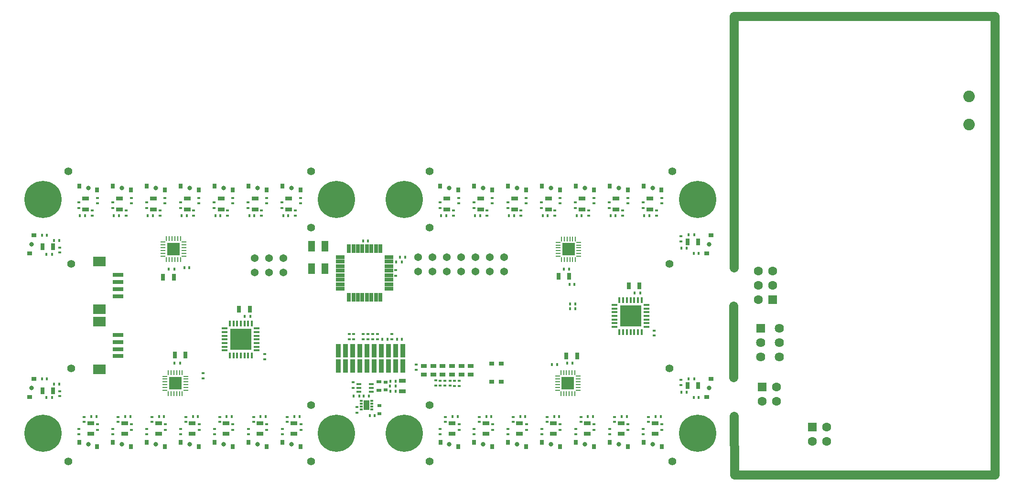
<source format=gbs>
G04*
G04 #@! TF.GenerationSoftware,Altium Limited,Altium Designer,18.1.9 (240)*
G04*
G04 Layer_Color=16711935*
%FSLAX44Y44*%
%MOMM*%
G71*
G01*
G75*
%ADD40R,0.4500X0.6000*%
%ADD42R,0.6000X0.4000*%
%ADD43R,0.8000X1.3000*%
%ADD46C,1.6000*%
%ADD59R,0.4000X0.6000*%
%ADD63R,0.8000X0.6000*%
%ADD64R,1.3000X0.8000*%
%ADD71R,0.9000X0.5000*%
%ADD72R,0.6000X0.4500*%
%ADD74R,2.2000X2.2000*%
%ADD75O,0.2393X0.8571*%
%ADD76O,0.8571X0.2393*%
%ADD77R,0.8571X0.2393*%
%ADD82R,2.3016X1.7016*%
%ADD83R,1.9016X0.8016*%
%ADD90R,1.0016X0.8016*%
%ADD98R,1.3016X1.9016*%
%ADD103R,1.6016X1.6016*%
%ADD104C,1.6016*%
%ADD105C,1.6256*%
%ADD106R,1.6256X1.6256*%
%ADD107C,2.0516*%
%ADD108C,0.8016*%
%ADD109C,1.3716*%
%ADD110C,1.4016*%
%ADD111C,6.6016*%
%ADD112R,0.9032X0.7032*%
%ADD113R,0.7032X0.9032*%
%ADD114R,1.6016X0.6516*%
%ADD115R,0.6516X1.6016*%
%ADD116R,0.8516X0.8016*%
%ADD117R,0.6016X0.3516*%
%ADD118R,1.0016X1.7016*%
%ADD119R,0.9516X0.4516*%
%ADD120R,3.8016X3.8016*%
%ADD121R,0.4316X1.1416*%
%ADD122R,1.1416X0.4316*%
%ADD123R,0.8382X2.3368*%
D40*
X666456Y528760D02*
D03*
X676456D02*
D03*
X1356977Y570598D02*
D03*
X1366977D02*
D03*
X923497Y405000D02*
D03*
X933497D02*
D03*
X859499Y387003D02*
D03*
X869499D02*
D03*
X1463254Y673488D02*
D03*
X1453254D02*
D03*
X314743Y385005D02*
D03*
X324743D02*
D03*
X1463257Y417995D02*
D03*
X1453257D02*
D03*
X314743Y639005D02*
D03*
X324743D02*
D03*
X1247502Y445987D02*
D03*
X1237502D02*
D03*
X1231490Y612544D02*
D03*
X1241490D02*
D03*
X551757Y445750D02*
D03*
X541757D02*
D03*
X531495Y612511D02*
D03*
X541495D02*
D03*
X945003Y625001D02*
D03*
X935003D02*
D03*
D42*
X592411Y419009D02*
D03*
Y428009D02*
D03*
X701744Y452702D02*
D03*
Y461702D02*
D03*
X1392264Y494539D02*
D03*
Y503539D02*
D03*
X876142Y488032D02*
D03*
Y497032D02*
D03*
X884554D02*
D03*
Y488032D02*
D03*
X892868Y488120D02*
D03*
Y497120D02*
D03*
X970539Y443338D02*
D03*
Y434338D02*
D03*
X1038004Y405416D02*
D03*
Y414416D02*
D03*
X1012982Y405662D02*
D03*
Y414662D02*
D03*
X1021041Y405662D02*
D03*
Y414662D02*
D03*
X1012747Y328582D02*
D03*
Y319582D02*
D03*
X765253Y729417D02*
D03*
Y738418D02*
D03*
X1072747Y328582D02*
D03*
Y319582D02*
D03*
X1405173Y729414D02*
D03*
Y738414D02*
D03*
X372747Y328585D02*
D03*
Y319585D02*
D03*
X705253Y729417D02*
D03*
Y738418D02*
D03*
X1132747Y328582D02*
D03*
Y319582D02*
D03*
X1345173Y729414D02*
D03*
Y738414D02*
D03*
X432747Y328585D02*
D03*
Y319585D02*
D03*
X645253Y729417D02*
D03*
Y738418D02*
D03*
X1285173Y729414D02*
D03*
Y738414D02*
D03*
X492747Y328585D02*
D03*
Y319585D02*
D03*
X585253Y729417D02*
D03*
Y738418D02*
D03*
X1252747Y328582D02*
D03*
Y319582D02*
D03*
X1225173Y729414D02*
D03*
Y738414D02*
D03*
X552747Y328585D02*
D03*
Y319585D02*
D03*
X525253Y729417D02*
D03*
Y738418D02*
D03*
X1312747Y328582D02*
D03*
Y319582D02*
D03*
X1165173Y729414D02*
D03*
Y738414D02*
D03*
X612747Y328585D02*
D03*
Y319585D02*
D03*
X465253Y729417D02*
D03*
Y738418D02*
D03*
X1372747Y328582D02*
D03*
Y319582D02*
D03*
X1105173Y729414D02*
D03*
Y738414D02*
D03*
X672747Y328585D02*
D03*
Y319585D02*
D03*
X405253Y729417D02*
D03*
Y738418D02*
D03*
X1045173Y729414D02*
D03*
Y738414D02*
D03*
X732747Y328585D02*
D03*
Y319585D02*
D03*
X1021975Y350237D02*
D03*
Y341237D02*
D03*
X756025Y707763D02*
D03*
Y716763D02*
D03*
X1081975Y350237D02*
D03*
Y341237D02*
D03*
X1395945Y707760D02*
D03*
Y716760D02*
D03*
X381975Y350240D02*
D03*
Y341240D02*
D03*
X696025Y707763D02*
D03*
Y716763D02*
D03*
X1141975Y350237D02*
D03*
Y341237D02*
D03*
X1335945Y707760D02*
D03*
Y716760D02*
D03*
X441975Y350240D02*
D03*
Y341240D02*
D03*
X636025Y707763D02*
D03*
Y716763D02*
D03*
X1201975Y350237D02*
D03*
Y341237D02*
D03*
X1275945Y707760D02*
D03*
Y716760D02*
D03*
X501975Y350240D02*
D03*
Y341240D02*
D03*
X576025Y707763D02*
D03*
Y716763D02*
D03*
X1261975Y350237D02*
D03*
Y341237D02*
D03*
X1215945Y707760D02*
D03*
Y716760D02*
D03*
X561975Y350240D02*
D03*
Y341240D02*
D03*
X516025Y707763D02*
D03*
Y716763D02*
D03*
X1321975Y350237D02*
D03*
Y341237D02*
D03*
X1155945Y707760D02*
D03*
Y716760D02*
D03*
X621975Y350240D02*
D03*
Y341240D02*
D03*
X456025Y707763D02*
D03*
Y716763D02*
D03*
X1381975Y350237D02*
D03*
Y341237D02*
D03*
X1095945Y707760D02*
D03*
Y716760D02*
D03*
X681975Y350240D02*
D03*
Y341240D02*
D03*
X396025Y707763D02*
D03*
Y716763D02*
D03*
X1035945Y707760D02*
D03*
Y716760D02*
D03*
X741975Y350240D02*
D03*
Y341240D02*
D03*
X1439507Y661998D02*
D03*
Y670998D02*
D03*
X338490Y395995D02*
D03*
Y386995D02*
D03*
X1439509Y407005D02*
D03*
Y416005D02*
D03*
X338490Y650995D02*
D03*
Y641995D02*
D03*
X926735Y497032D02*
D03*
Y488032D02*
D03*
X901967Y497032D02*
D03*
Y488032D02*
D03*
X859057D02*
D03*
Y497032D02*
D03*
X851374D02*
D03*
Y488032D02*
D03*
X1192747Y328582D02*
D03*
Y319582D02*
D03*
X1046293Y414416D02*
D03*
Y405416D02*
D03*
X1004857Y414919D02*
D03*
Y405919D02*
D03*
X1029941Y414590D02*
D03*
Y405590D02*
D03*
D43*
X521753Y597995D02*
D03*
X540753D02*
D03*
X561499Y460266D02*
D03*
X542499D02*
D03*
X1222238Y600026D02*
D03*
X1241238D02*
D03*
X1255244Y458754D02*
D03*
X1236244D02*
D03*
X1346730Y583302D02*
D03*
X1365730D02*
D03*
X656209Y541465D02*
D03*
X675210D02*
D03*
X326991Y397011D02*
D03*
X307991D02*
D03*
X1451009Y405989D02*
D03*
X1470009D02*
D03*
X1470006Y660982D02*
D03*
X1451006D02*
D03*
X307991Y652011D02*
D03*
X326991D02*
D03*
D46*
X1532380Y420370D02*
Y547370D01*
X1995930Y247650D02*
X1534446D01*
X1533176Y351978D01*
X1532896Y615437D02*
X1533650Y1061720D01*
X1995930Y247650D02*
Y1061720D01*
X1533650Y1061720D02*
X1995930Y1061720D01*
D59*
X875846Y662601D02*
D03*
X884846D02*
D03*
X1252244Y542504D02*
D03*
X1243244D02*
D03*
X1252244Y550496D02*
D03*
X1243244D02*
D03*
X568243Y614995D02*
D03*
X559243D02*
D03*
X1241762Y585476D02*
D03*
X1250762D02*
D03*
X1210754Y443504D02*
D03*
X1219754D02*
D03*
X919032Y488531D02*
D03*
X910032D02*
D03*
X945032Y488539D02*
D03*
X936032D02*
D03*
X924496Y413999D02*
D03*
X933496D02*
D03*
X924497Y395999D02*
D03*
X933497D02*
D03*
X877499Y387003D02*
D03*
X886499D02*
D03*
X896840Y352496D02*
D03*
X887840D02*
D03*
X1461915Y640240D02*
D03*
X1470915D02*
D03*
X316082Y417753D02*
D03*
X307082D02*
D03*
X1461918Y385247D02*
D03*
X1470918D02*
D03*
X316082Y672753D02*
D03*
X307082D02*
D03*
X1440261Y649468D02*
D03*
X1449261D02*
D03*
X337737Y408525D02*
D03*
X328737D02*
D03*
X1440263Y394475D02*
D03*
X1449263D02*
D03*
X337737Y663525D02*
D03*
X328737D02*
D03*
X1034505Y350990D02*
D03*
X1043505D02*
D03*
X743495Y707009D02*
D03*
X734495D02*
D03*
X1094505Y350990D02*
D03*
X1103505D02*
D03*
X1383415Y707006D02*
D03*
X1374415D02*
D03*
X394505Y350993D02*
D03*
X403505D02*
D03*
X683495Y707009D02*
D03*
X674495D02*
D03*
X1154505Y350990D02*
D03*
X1163505D02*
D03*
X1323415Y707006D02*
D03*
X1314415D02*
D03*
X454505Y350993D02*
D03*
X463505D02*
D03*
X623495Y707009D02*
D03*
X614495D02*
D03*
X1214505Y350990D02*
D03*
X1223505D02*
D03*
X1263415Y707006D02*
D03*
X1254415D02*
D03*
X514505Y350993D02*
D03*
X523505D02*
D03*
X563495Y707009D02*
D03*
X554495D02*
D03*
X1274505Y350990D02*
D03*
X1283505D02*
D03*
X1203415Y707006D02*
D03*
X1194415D02*
D03*
X574505Y350993D02*
D03*
X583505D02*
D03*
X503495Y707009D02*
D03*
X494495D02*
D03*
X1334505Y350990D02*
D03*
X1343505D02*
D03*
X1143415Y707006D02*
D03*
X1134415D02*
D03*
X634505Y350993D02*
D03*
X643505D02*
D03*
X443495Y707009D02*
D03*
X434495D02*
D03*
X1394505Y350990D02*
D03*
X1403505D02*
D03*
X1083415Y707006D02*
D03*
X1074415D02*
D03*
X694505Y350993D02*
D03*
X703505D02*
D03*
X383495Y707009D02*
D03*
X374495D02*
D03*
X1023415Y707006D02*
D03*
X1014415D02*
D03*
X754505Y350993D02*
D03*
X763505D02*
D03*
X941504Y633501D02*
D03*
X950504D02*
D03*
D63*
X916000Y398003D02*
D03*
Y412003D02*
D03*
X904996Y356321D02*
D03*
Y370322D02*
D03*
D64*
X945496Y395499D02*
D03*
Y414500D02*
D03*
X1093489Y339491D02*
D03*
Y320491D02*
D03*
X393489Y339494D02*
D03*
Y320494D02*
D03*
X1153489Y339491D02*
D03*
Y320491D02*
D03*
X453489Y339494D02*
D03*
Y320494D02*
D03*
X1213489Y339491D02*
D03*
Y320491D02*
D03*
X513489Y339494D02*
D03*
Y320494D02*
D03*
X1273489Y339491D02*
D03*
Y320491D02*
D03*
X573489Y339494D02*
D03*
Y320494D02*
D03*
X1333489Y339491D02*
D03*
Y320491D02*
D03*
X633489Y339494D02*
D03*
Y320494D02*
D03*
X1393489Y339491D02*
D03*
Y320491D02*
D03*
X693489Y339494D02*
D03*
Y320494D02*
D03*
X744511Y737509D02*
D03*
Y718509D02*
D03*
X1384431Y737505D02*
D03*
Y718505D02*
D03*
X684511Y737509D02*
D03*
Y718509D02*
D03*
X1324431Y737505D02*
D03*
Y718505D02*
D03*
X624511Y737509D02*
D03*
Y718509D02*
D03*
X1264431Y737505D02*
D03*
Y718505D02*
D03*
X564511Y737509D02*
D03*
Y718509D02*
D03*
X1204431Y737505D02*
D03*
Y718505D02*
D03*
X504511Y737509D02*
D03*
Y718509D02*
D03*
X1144431Y737505D02*
D03*
Y718505D02*
D03*
X444511Y737509D02*
D03*
Y718509D02*
D03*
X1084431Y737505D02*
D03*
Y718505D02*
D03*
X1024431Y737505D02*
D03*
Y718505D02*
D03*
X384511Y737509D02*
D03*
Y718509D02*
D03*
X1033489Y320491D02*
D03*
Y339491D02*
D03*
X753489Y320494D02*
D03*
Y339494D02*
D03*
D71*
X903997Y412500D02*
D03*
Y397500D02*
D03*
D72*
X858548Y411866D02*
D03*
Y401866D02*
D03*
X864997Y357999D02*
D03*
Y367999D02*
D03*
X1046495Y327243D02*
D03*
Y337243D02*
D03*
X732505Y730757D02*
D03*
Y720757D02*
D03*
X1105495Y327243D02*
D03*
Y337243D02*
D03*
X1372425Y730753D02*
D03*
Y720753D02*
D03*
X405495Y327246D02*
D03*
Y337246D02*
D03*
X672505Y730757D02*
D03*
Y720757D02*
D03*
X1165495Y327243D02*
D03*
Y337243D02*
D03*
X1312425Y730753D02*
D03*
Y720753D02*
D03*
X465495Y327246D02*
D03*
Y337246D02*
D03*
X612505Y730757D02*
D03*
Y720757D02*
D03*
X1225495Y327243D02*
D03*
Y337243D02*
D03*
X1252425Y730753D02*
D03*
Y720753D02*
D03*
X525495Y327246D02*
D03*
Y337246D02*
D03*
X552505Y730757D02*
D03*
Y720757D02*
D03*
X1285495Y327243D02*
D03*
Y337243D02*
D03*
X1192425Y730753D02*
D03*
Y720753D02*
D03*
X585495Y327246D02*
D03*
Y337246D02*
D03*
X492505Y730757D02*
D03*
Y720757D02*
D03*
X1345495Y327243D02*
D03*
Y337243D02*
D03*
X1132425Y730753D02*
D03*
Y720753D02*
D03*
X645495Y327246D02*
D03*
Y337246D02*
D03*
X432505Y730757D02*
D03*
Y720757D02*
D03*
X1405495Y327243D02*
D03*
Y337243D02*
D03*
X1072425Y730753D02*
D03*
Y720753D02*
D03*
X705495Y327246D02*
D03*
Y337246D02*
D03*
X372505Y730757D02*
D03*
Y720757D02*
D03*
X1012425Y730753D02*
D03*
Y720753D02*
D03*
X766495Y327246D02*
D03*
Y337246D02*
D03*
X934001Y600497D02*
D03*
Y610497D02*
D03*
D74*
X1239000Y410249D02*
D03*
X1239993Y647779D02*
D03*
X543255Y410012D02*
D03*
X539998Y648249D02*
D03*
D75*
X1251500Y428755D02*
D03*
X1246500D02*
D03*
X1241500D02*
D03*
X1236500D02*
D03*
X1231500D02*
D03*
X1226500D02*
D03*
Y391744D02*
D03*
X1231500D02*
D03*
X1236500D02*
D03*
X1241500D02*
D03*
X1246500D02*
D03*
X1251500D02*
D03*
X1227493Y629273D02*
D03*
X1232493D02*
D03*
X1237493D02*
D03*
X1242493D02*
D03*
X1247493D02*
D03*
X1252493D02*
D03*
Y666284D02*
D03*
X1247493D02*
D03*
X1242493D02*
D03*
X1237493D02*
D03*
X1232493D02*
D03*
X1227493D02*
D03*
X555755Y428518D02*
D03*
X550755D02*
D03*
X545755D02*
D03*
X540755D02*
D03*
X535755D02*
D03*
X530755D02*
D03*
Y391507D02*
D03*
X535755D02*
D03*
X540755D02*
D03*
X545755D02*
D03*
X550755D02*
D03*
X555755D02*
D03*
X527498Y629743D02*
D03*
X532498D02*
D03*
X537498D02*
D03*
X542498D02*
D03*
X547498D02*
D03*
X552498D02*
D03*
Y666755D02*
D03*
X547498D02*
D03*
X542498D02*
D03*
X537498D02*
D03*
X532498D02*
D03*
X527498D02*
D03*
D76*
X1220494Y422749D02*
D03*
Y417749D02*
D03*
Y412749D02*
D03*
Y407749D02*
D03*
Y402749D02*
D03*
Y397749D02*
D03*
X1257505D02*
D03*
Y402749D02*
D03*
Y407749D02*
D03*
Y412749D02*
D03*
Y417749D02*
D03*
X1258498Y635279D02*
D03*
Y640279D02*
D03*
Y645279D02*
D03*
Y650279D02*
D03*
Y655279D02*
D03*
Y660279D02*
D03*
X1221487D02*
D03*
Y655279D02*
D03*
Y650279D02*
D03*
Y645279D02*
D03*
Y640279D02*
D03*
X524749Y422512D02*
D03*
Y417512D02*
D03*
Y412512D02*
D03*
Y407512D02*
D03*
Y402512D02*
D03*
Y397512D02*
D03*
X561760D02*
D03*
Y402512D02*
D03*
Y407512D02*
D03*
Y412512D02*
D03*
Y417512D02*
D03*
X558503Y635749D02*
D03*
Y640749D02*
D03*
Y645749D02*
D03*
Y650749D02*
D03*
Y655749D02*
D03*
Y660749D02*
D03*
X521492D02*
D03*
Y655749D02*
D03*
Y650749D02*
D03*
Y645749D02*
D03*
Y640749D02*
D03*
D77*
X1257505Y422749D02*
D03*
X1221487Y635279D02*
D03*
X561760Y422512D02*
D03*
X521492Y635749D02*
D03*
D82*
X409184Y541251D02*
D03*
Y625751D02*
D03*
X408630Y434751D02*
D03*
Y519251D02*
D03*
D83*
X442184Y602251D02*
D03*
Y589751D02*
D03*
Y564751D02*
D03*
Y577251D02*
D03*
X441630Y495751D02*
D03*
Y483251D02*
D03*
Y458251D02*
D03*
Y470751D02*
D03*
D90*
X1066895Y425658D02*
D03*
Y440658D02*
D03*
X1033761D02*
D03*
Y425658D02*
D03*
X1050328Y440658D02*
D03*
Y425658D02*
D03*
X984059Y440658D02*
D03*
Y425658D02*
D03*
X1000626Y440658D02*
D03*
Y425658D02*
D03*
X1017194Y440658D02*
D03*
Y425658D02*
D03*
D98*
X808503Y613400D02*
D03*
Y653400D02*
D03*
X784503D02*
D03*
Y613400D02*
D03*
D103*
X1602230Y558802D02*
D03*
X1583180Y403860D02*
D03*
X1672080Y332740D02*
D03*
D104*
X1576830Y558802D02*
D03*
X1602230Y584202D02*
D03*
X1576830D02*
D03*
X1602230Y609603D02*
D03*
X1576830D02*
D03*
X1608580Y403860D02*
D03*
X1583180Y378460D02*
D03*
X1608580D02*
D03*
X1697480Y307340D02*
D03*
X1672080D02*
D03*
X1697480Y332740D02*
D03*
D105*
X1613660Y457200D02*
D03*
Y482600D02*
D03*
Y508000D02*
D03*
X1580640Y457200D02*
D03*
Y482600D02*
D03*
D106*
Y508000D02*
D03*
D107*
X1950210Y869080D02*
D03*
Y919080D02*
D03*
D108*
X289000Y656500D02*
D03*
X749000Y301503D02*
D03*
X1028920Y756497D02*
D03*
X1489000Y401500D02*
D03*
X389000Y756500D02*
D03*
X689000Y301503D02*
D03*
X1088920Y756497D02*
D03*
X1389000Y301500D02*
D03*
X449000Y756500D02*
D03*
X629000Y301503D02*
D03*
X1148920Y756497D02*
D03*
X1329000Y301500D02*
D03*
X509000Y756500D02*
D03*
X569000Y301503D02*
D03*
X1208920Y756497D02*
D03*
X1269000Y301500D02*
D03*
X569000Y756500D02*
D03*
X509000Y301503D02*
D03*
X1268920Y756497D02*
D03*
X1209000Y301500D02*
D03*
X629000Y756500D02*
D03*
X449000Y301503D02*
D03*
X1328920Y756497D02*
D03*
X1149000Y301500D02*
D03*
X689000Y756500D02*
D03*
X389000Y301503D02*
D03*
X1388920Y756497D02*
D03*
X1089000Y301500D02*
D03*
X749000Y756500D02*
D03*
X289000Y401500D02*
D03*
X1488997Y656493D02*
D03*
X1029000Y301500D02*
D03*
D109*
X683815Y631697D02*
D03*
Y606297D02*
D03*
X709215Y631697D02*
D03*
Y606297D02*
D03*
X734615Y631697D02*
D03*
Y606297D02*
D03*
X1126330Y608297D02*
D03*
Y633697D02*
D03*
X1100930D02*
D03*
Y608297D02*
D03*
X1075530Y633697D02*
D03*
Y608297D02*
D03*
X1050130Y633697D02*
D03*
Y608297D02*
D03*
X973930D02*
D03*
Y633697D02*
D03*
X999330Y608297D02*
D03*
Y633697D02*
D03*
X1024730Y608297D02*
D03*
Y633697D02*
D03*
D110*
X1419000Y436500D02*
D03*
X1424000Y271500D02*
D03*
X994000D02*
D03*
X994000Y371500D02*
D03*
X1419000Y621500D02*
D03*
X1424000Y786500D02*
D03*
X994000Y686500D02*
D03*
Y786500D02*
D03*
X784000Y686500D02*
D03*
Y786500D02*
D03*
X354000D02*
D03*
X359000Y621500D02*
D03*
X359000Y436500D02*
D03*
X354000Y271500D02*
D03*
X784000Y371500D02*
D03*
Y271500D02*
D03*
D111*
X1469000Y321500D02*
D03*
Y736500D02*
D03*
X949000Y321500D02*
D03*
Y736500D02*
D03*
X829000Y321500D02*
D03*
Y736500D02*
D03*
X309000D02*
D03*
Y321500D02*
D03*
D112*
X292750Y672500D02*
D03*
X285250Y640500D02*
D03*
X1492750Y417500D02*
D03*
X1485250Y385500D02*
D03*
X285250D02*
D03*
X292750Y417500D02*
D03*
X1485247Y640493D02*
D03*
X1492747Y672493D02*
D03*
D113*
X765000Y297753D02*
D03*
X733000Y305253D02*
D03*
X1044920Y752747D02*
D03*
X1012920Y760247D02*
D03*
X405000Y752750D02*
D03*
X373000Y760250D02*
D03*
X705000Y297753D02*
D03*
X673000Y305253D02*
D03*
X1104920Y752747D02*
D03*
X1072920Y760247D02*
D03*
X1405000Y297750D02*
D03*
X1373000Y305250D02*
D03*
X465000Y752750D02*
D03*
X433000Y760250D02*
D03*
X645000Y297753D02*
D03*
X613000Y305253D02*
D03*
X1164920Y752747D02*
D03*
X1132920Y760247D02*
D03*
X1345000Y297750D02*
D03*
X1313000Y305250D02*
D03*
X525000Y752750D02*
D03*
X493000Y760250D02*
D03*
X585000Y297753D02*
D03*
X553000Y305253D02*
D03*
X1224920Y752747D02*
D03*
X1192920Y760247D02*
D03*
X1285000Y297750D02*
D03*
X1253000Y305250D02*
D03*
X585000Y752750D02*
D03*
X553000Y760250D02*
D03*
X525000Y297753D02*
D03*
X493000Y305253D02*
D03*
X1284920Y752747D02*
D03*
X1252920Y760247D02*
D03*
X1225000Y297750D02*
D03*
X1193000Y305250D02*
D03*
X645000Y752750D02*
D03*
X613000Y760250D02*
D03*
X465000Y297753D02*
D03*
X433000Y305253D02*
D03*
X1344920Y752747D02*
D03*
X1312920Y760247D02*
D03*
X1165000Y297750D02*
D03*
X1133000Y305250D02*
D03*
X705000Y752750D02*
D03*
X673000Y760250D02*
D03*
X405000Y297753D02*
D03*
X373000Y305253D02*
D03*
X1404920Y752747D02*
D03*
X1372920Y760247D02*
D03*
X1105000Y297750D02*
D03*
X1073000Y305250D02*
D03*
X765000Y752750D02*
D03*
X733000Y760250D02*
D03*
X1045000Y297750D02*
D03*
X1013000Y305250D02*
D03*
D114*
X835957Y577750D02*
D03*
Y585750D02*
D03*
Y593750D02*
D03*
Y601750D02*
D03*
Y609750D02*
D03*
Y617750D02*
D03*
Y625750D02*
D03*
Y633750D02*
D03*
X921957D02*
D03*
Y625750D02*
D03*
Y617750D02*
D03*
Y609750D02*
D03*
Y601750D02*
D03*
Y593750D02*
D03*
Y585750D02*
D03*
Y577750D02*
D03*
D115*
X850957Y648750D02*
D03*
X858957D02*
D03*
X866957D02*
D03*
X874957D02*
D03*
X882957D02*
D03*
X890957D02*
D03*
X898957D02*
D03*
X906957D02*
D03*
Y562750D02*
D03*
X898957D02*
D03*
X890957D02*
D03*
X882957D02*
D03*
X874957D02*
D03*
X866957D02*
D03*
X858957D02*
D03*
X850957D02*
D03*
D116*
X1120775Y444911D02*
D03*
Y412911D02*
D03*
X1104275D02*
D03*
Y444911D02*
D03*
D117*
X872839Y378499D02*
D03*
Y373499D02*
D03*
X891839Y378499D02*
D03*
Y373499D02*
D03*
Y368499D02*
D03*
Y363499D02*
D03*
X872839D02*
D03*
Y368499D02*
D03*
D118*
X882339Y370999D02*
D03*
D119*
X890824Y395286D02*
D03*
Y401786D02*
D03*
Y408287D02*
D03*
X868824D02*
D03*
Y401786D02*
D03*
Y395286D02*
D03*
D120*
X1349990Y529598D02*
D03*
X659470Y487760D02*
D03*
D121*
X1330490Y501248D02*
D03*
X1336990D02*
D03*
X1343490D02*
D03*
X1349990D02*
D03*
X1356490D02*
D03*
X1362990D02*
D03*
X1369490D02*
D03*
Y557948D02*
D03*
X1362990D02*
D03*
X1356490D02*
D03*
X1349990D02*
D03*
X1343490D02*
D03*
X1336990D02*
D03*
X1330490D02*
D03*
X639970Y459410D02*
D03*
X646470D02*
D03*
X652970D02*
D03*
X659470D02*
D03*
X665970D02*
D03*
X672470D02*
D03*
X678970D02*
D03*
Y516110D02*
D03*
X672470D02*
D03*
X665970D02*
D03*
X659470D02*
D03*
X652970D02*
D03*
X646470D02*
D03*
X639970D02*
D03*
D122*
X1321640Y549098D02*
D03*
Y542598D02*
D03*
Y536098D02*
D03*
Y529598D02*
D03*
Y523098D02*
D03*
Y516598D02*
D03*
Y510098D02*
D03*
X1378340D02*
D03*
Y516598D02*
D03*
Y523098D02*
D03*
Y529598D02*
D03*
Y536098D02*
D03*
Y542598D02*
D03*
Y549098D02*
D03*
X631120Y507260D02*
D03*
Y500760D02*
D03*
Y494260D02*
D03*
Y487760D02*
D03*
Y481260D02*
D03*
Y474760D02*
D03*
Y468260D02*
D03*
X687820D02*
D03*
Y474760D02*
D03*
Y481260D02*
D03*
Y487760D02*
D03*
Y494260D02*
D03*
Y500760D02*
D03*
Y507260D02*
D03*
D123*
X946150Y467589D02*
D03*
Y440411D02*
D03*
X933450Y467589D02*
D03*
Y440411D02*
D03*
X920750Y467589D02*
D03*
Y440411D02*
D03*
X908050Y467589D02*
D03*
Y440411D02*
D03*
X895350Y467589D02*
D03*
Y440411D02*
D03*
X882650Y467589D02*
D03*
Y440411D02*
D03*
X831850D02*
D03*
Y467589D02*
D03*
X844550Y440411D02*
D03*
Y467589D02*
D03*
X857250Y440411D02*
D03*
Y467589D02*
D03*
X869950Y440411D02*
D03*
Y467589D02*
D03*
M02*

</source>
